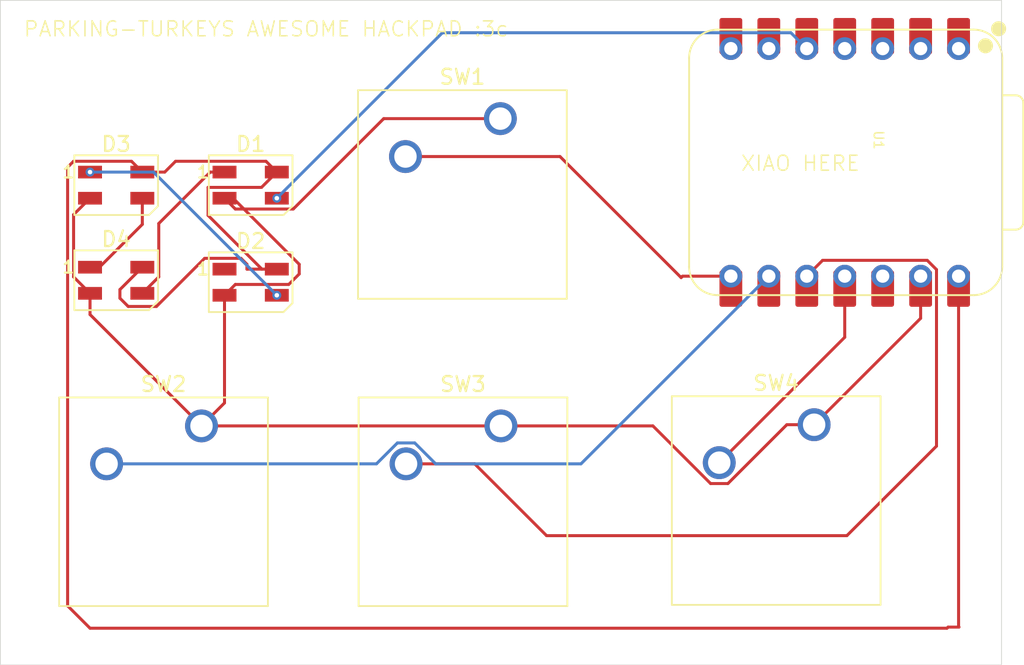
<source format=kicad_pcb>
(kicad_pcb (version 20240108) (generator "pcbnew") (generator_version "8.0")
  (layers (0 "F.Cu" signal) (31 "B.Cu" signal) (34 "B.Paste" user) (35 "F.Paste" user) (36 "B.SilkS" user "B.Silkscreen") (37 "F.SilkS" user "F.Silkscreen") (38 "B.Mask" user) (39 "F.Mask" user) (44 "Edge.Cuts" user))
  (net 0 "")
  (net 1 "Net-(D1-DOUT)")
  (net 2 "GND")
  (net 3 "Net-(D1-DIN)")
  (net 4 "+5V")
  (net 6 "Net-(U1-GPIO1{slash}RX)")
  (net 7 "Net-(U1-GPIO2{slash}SCK)")
  (net 8 "Net-(U1-GPIO4{slash}MISO)")
  (net 9 "Net-(U1-GPIO3{slash}MOSI)")
  (net 17 "Net-(D2-DIN)")
  (net 18 "Net-(D3-DIN)")
  (footprint "Button_Switch_Keyboard:SW_Cherry_MX_1.00u_PCB" (layer "F.Cu") (at 198.46 86.42)
    (property "Reference" "SW4" (at -2.54 -2.794 0) (layer "F.SilkS"))
    (property "Value" "SW_Push")
    (fp_line (start -9.525 -1.905) (end 4.445 -1.905) (stroke (width 0.12)) (layer "F.SilkS"))
    (fp_line (start -9.525 12.065) (end -9.525 -1.905) (stroke (width 0.12)) (layer "F.SilkS"))
    (fp_line (start 4.445 -1.905) (end 4.445 12.065) (stroke (width 0.12)) (layer "F.SilkS"))
    (fp_line (start 4.445 12.065) (end -9.525 12.065) (stroke (width 0.12)) (layer "F.SilkS"))
    (pad "" np_thru_hole circle (at -7.62 5.08) (size 1.7 1.7) (drill 1.7) (layers "*.Cu" "*.Mask"))
    (pad "" np_thru_hole circle (at -2.54 5.08) (size 4 4) (drill 4) (layers "*.Cu" "*.Mask"))
    (pad "" np_thru_hole circle (at 2.54 5.08) (size 1.7 1.7) (drill 1.7) (layers "*.Cu" "*.Mask"))
    (pad "1" thru_hole circle (at 0 0) (size 2.2 2.2) (drill 1.5) (layers "*.Cu" "*.Mask") (net 2 "GND"))
    (pad "2" thru_hole circle (at -6.35 2.54) (size 2.2 2.2) (drill 1.5) (layers "*.Cu" "*.Mask") (net 9 "Net-(U1-GPIO3{slash}MOSI)"))
  )
  (footprint "LED_SMD:LED_SK6812MINI_PLCC4_3.5x3.5mm_P1.75mm" (layer "F.Cu") (at 151.75 70.375)
    (property "Reference" "D3" (at 0 -2.75 0) (layer "F.SilkS"))
    (property "Value" "SK6812MINI")
    (fp_line (start -2.8 -2) (end -2.8 2) (stroke (width 0.12)) (layer "F.SilkS"))
    (fp_line (start -2.8 -2) (end 2.8 -2) (stroke (width 0.12)) (layer "F.SilkS"))
    (fp_line (start -2.8 2) (end 2.2 2) (stroke (width 0.12)) (layer "F.SilkS"))
    (fp_line (start 2.8 1.4) (end 2.2 2) (stroke (width 0.12)) (layer "F.SilkS"))
    (fp_line (start 2.8 1.4) (end 2.8 -2) (stroke (width 0.12)) (layer "F.SilkS"))
    (fp_text user "1" (at -3.2 -0.875 0) (layer "F.SilkS") (effects (font (size 0.8 0.8))))
    (pad "1" smd rect (at -1.75 -0.875) (size 1.6 0.85) (layers "F.Cu" "F.Paste" "F.Mask") (net 17 "Net-(D2-DIN)"))
    (pad "2" smd rect (at -1.75 0.875) (size 1.6 0.85) (layers "F.Cu" "F.Paste" "F.Mask") (net 2 "GND"))
    (pad "3" smd rect (at 1.75 0.875) (size 1.6 0.85) (layers "F.Cu" "F.Paste" "F.Mask") (net 18 "Net-(D3-DIN)"))
    (pad "4" smd rect (at 1.75 -0.875) (size 1.6 0.85) (layers "F.Cu" "F.Paste" "F.Mask") (net 4 "+5V"))
  )
  (footprint "LED_SMD:LED_SK6812MINI_PLCC4_3.5x3.5mm_P1.75mm" (layer "F.Cu") (at 160.75 76.875)
    (property "Reference" "D2" (at 0 -2.75 0) (layer "F.SilkS"))
    (property "Value" "SK6812MINI")
    (fp_line (start -2.8 -2) (end -2.8 2) (stroke (width 0.12)) (layer "F.SilkS"))
    (fp_line (start -2.8 -2) (end 2.8 -2) (stroke (width 0.12)) (layer "F.SilkS"))
    (fp_line (start -2.8 2) (end 2.2 2) (stroke (width 0.12)) (layer "F.SilkS"))
    (fp_line (start 2.8 1.4) (end 2.2 2) (stroke (width 0.12)) (layer "F.SilkS"))
    (fp_line (start 2.8 1.4) (end 2.8 -2) (stroke (width 0.12)) (layer "F.SilkS"))
    (fp_text user "1" (at -3.2 -0.875 0) (layer "F.SilkS") (effects (font (size 0.8 0.8))))
    (pad "1" smd rect (at -1.75 -0.875) (size 1.6 0.85) (layers "F.Cu" "F.Paste" "F.Mask"))
    (pad "2" smd rect (at -1.75 0.875) (size 1.6 0.85) (layers "F.Cu" "F.Paste" "F.Mask") (net 2 "GND"))
    (pad "3" smd rect (at 1.75 0.875) (size 1.6 0.85) (layers "F.Cu" "F.Paste" "F.Mask") (net 17 "Net-(D2-DIN)"))
    (pad "4" smd rect (at 1.75 -0.875) (size 1.6 0.85) (layers "F.Cu" "F.Paste" "F.Mask") (net 4 "+5V"))
  )
  (footprint "LED_SMD:LED_SK6812MINI_PLCC4_3.5x3.5mm_P1.75mm" (layer "F.Cu") (at 160.75 70.375)
    (property "Reference" "D1" (at 0 -2.75 0) (layer "F.SilkS"))
    (property "Value" "SK6812MINI")
    (fp_line (start -2.8 -2) (end -2.8 2) (stroke (width 0.12)) (layer "F.SilkS"))
    (fp_line (start -2.8 -2) (end 2.8 -2) (stroke (width 0.12)) (layer "F.SilkS"))
    (fp_line (start -2.8 2) (end 2.2 2) (stroke (width 0.12)) (layer "F.SilkS"))
    (fp_line (start 2.8 1.4) (end 2.2 2) (stroke (width 0.12)) (layer "F.SilkS"))
    (fp_line (start 2.8 1.4) (end 2.8 -2) (stroke (width 0.12)) (layer "F.SilkS"))
    (fp_text user "1" (at -3.2 -0.875 0) (layer "F.SilkS") (effects (font (size 0.8 0.8))))
    (pad "1" smd rect (at -1.75 -0.875) (size 1.6 0.85) (layers "F.Cu" "F.Paste" "F.Mask") (net 1 "Net-(D1-DOUT)"))
    (pad "2" smd rect (at -1.75 0.875) (size 1.6 0.85) (layers "F.Cu" "F.Paste" "F.Mask") (net 2 "GND"))
    (pad "3" smd rect (at 1.75 0.875) (size 1.6 0.85) (layers "F.Cu" "F.Paste" "F.Mask") (net 3 "Net-(D1-DIN)"))
    (pad "4" smd rect (at 1.75 -0.875) (size 1.6 0.85) (layers "F.Cu" "F.Paste" "F.Mask") (net 4 "+5V"))
  )
  (footprint "Button_Switch_Keyboard:SW_Cherry_MX_1.00u_PCB" (layer "F.Cu") (at 177.46 65.92)
    (property "Reference" "SW1" (at -2.54 -2.794 0) (layer "F.SilkS"))
    (property "Value" "SW_Push")
    (fp_line (start -9.525 -1.905) (end 4.445 -1.905) (stroke (width 0.12)) (layer "F.SilkS"))
    (fp_line (start -9.525 12.065) (end -9.525 -1.905) (stroke (width 0.12)) (layer "F.SilkS"))
    (fp_line (start 4.445 -1.905) (end 4.445 12.065) (stroke (width 0.12)) (layer "F.SilkS"))
    (fp_line (start 4.445 12.065) (end -9.525 12.065) (stroke (width 0.12)) (layer "F.SilkS"))
    (pad "" np_thru_hole circle (at -7.62 5.08) (size 1.7 1.7) (drill 1.7) (layers "*.Cu" "*.Mask"))
    (pad "" np_thru_hole circle (at -2.54 5.08) (size 4 4) (drill 4) (layers "*.Cu" "*.Mask"))
    (pad "" np_thru_hole circle (at 2.54 5.08) (size 1.7 1.7) (drill 1.7) (layers "*.Cu" "*.Mask"))
    (pad "1" thru_hole circle (at 0 0) (size 2.2 2.2) (drill 1.5) (layers "*.Cu" "*.Mask") (net 2 "GND"))
    (pad "2" thru_hole circle (at -6.35 2.54) (size 2.2 2.2) (drill 1.5) (layers "*.Cu" "*.Mask") (net 6 "Net-(U1-GPIO1{slash}RX)"))
  )
  (footprint "LED_SMD:LED_SK6812MINI_PLCC4_3.5x3.5mm_P1.75mm" (layer "F.Cu") (at 151.75 76.745)
    (property "Reference" "D4" (at 0 -2.75 0) (layer "F.SilkS"))
    (property "Value" "SK6812MINI")
    (fp_line (start -2.8 -2) (end -2.8 2) (stroke (width 0.12)) (layer "F.SilkS"))
    (fp_line (start -2.8 -2) (end 2.8 -2) (stroke (width 0.12)) (layer "F.SilkS"))
    (fp_line (start -2.8 2) (end 2.2 2) (stroke (width 0.12)) (layer "F.SilkS"))
    (fp_line (start 2.8 1.4) (end 2.2 2) (stroke (width 0.12)) (layer "F.SilkS"))
    (fp_line (start 2.8 1.4) (end 2.8 -2) (stroke (width 0.12)) (layer "F.SilkS"))
    (fp_text user "1" (at -3.2 -0.875 0) (layer "F.SilkS") (effects (font (size 0.8 0.8))))
    (pad "1" smd rect (at -1.75 -0.875) (size 1.6 0.85) (layers "F.Cu" "F.Paste" "F.Mask") (net 18 "Net-(D3-DIN)"))
    (pad "2" smd rect (at -1.75 0.875) (size 1.6 0.85) (layers "F.Cu" "F.Paste" "F.Mask") (net 2 "GND"))
    (pad "3" smd rect (at 1.75 0.875) (size 1.6 0.85) (layers "F.Cu" "F.Paste" "F.Mask") (net 1 "Net-(D1-DOUT)"))
    (pad "4" smd rect (at 1.75 -0.875) (size 1.6 0.85) (layers "F.Cu" "F.Paste" "F.Mask") (net 4 "+5V"))
  )
  (footprint "Button_Switch_Keyboard:SW_Cherry_MX_1.00u_PCB" (layer "F.Cu") (at 157.46 86.5)
    (property "Reference" "SW2" (at -2.54 -2.794 0) (layer "F.SilkS"))
    (property "Value" "SW_Push")
    (fp_line (start -9.525 -1.905) (end 4.445 -1.905) (stroke (width 0.12)) (layer "F.SilkS"))
    (fp_line (start -9.525 12.065) (end -9.525 -1.905) (stroke (width 0.12)) (layer "F.SilkS"))
    (fp_line (start 4.445 -1.905) (end 4.445 12.065) (stroke (width 0.12)) (layer "F.SilkS"))
    (fp_line (start 4.445 12.065) (end -9.525 12.065) (stroke (width 0.12)) (layer "F.SilkS"))
    (pad "" np_thru_hole circle (at -7.62 5.08) (size 1.7 1.7) (drill 1.7) (layers "*.Cu" "*.Mask"))
    (pad "" np_thru_hole circle (at -2.54 5.08) (size 4 4) (drill 4) (layers "*.Cu" "*.Mask"))
    (pad "" np_thru_hole circle (at 2.54 5.08) (size 1.7 1.7) (drill 1.7) (layers "*.Cu" "*.Mask"))
    (pad "1" thru_hole circle (at 0 0) (size 2.2 2.2) (drill 1.5) (layers "*.Cu" "*.Mask") (net 2 "GND"))
    (pad "2" thru_hole circle (at -6.35 2.54) (size 2.2 2.2) (drill 1.5) (layers "*.Cu" "*.Mask") (net 7 "Net-(U1-GPIO2{slash}SCK)"))
  )
  (footprint "Button_Switch_Keyboard:SW_Cherry_MX_1.00u_PCB" (layer "F.Cu") (at 177.5 86.5)
    (property "Reference" "SW3" (at -2.54 -2.794 0) (layer "F.SilkS"))
    (property "Value" "SW_Push")
    (fp_line (start -9.525 -1.905) (end 4.445 -1.905) (stroke (width 0.12)) (layer "F.SilkS"))
    (fp_line (start -9.525 12.065) (end -9.525 -1.905) (stroke (width 0.12)) (layer "F.SilkS"))
    (fp_line (start 4.445 -1.905) (end 4.445 12.065) (stroke (width 0.12)) (layer "F.SilkS"))
    (fp_line (start 4.445 12.065) (end -9.525 12.065) (stroke (width 0.12)) (layer "F.SilkS"))
    (pad "" np_thru_hole circle (at -7.62 5.08) (size 1.7 1.7) (drill 1.7) (layers "*.Cu" "*.Mask"))
    (pad "" np_thru_hole circle (at -2.54 5.08) (size 4 4) (drill 4) (layers "*.Cu" "*.Mask"))
    (pad "" np_thru_hole circle (at 2.54 5.08) (size 1.7 1.7) (drill 1.7) (layers "*.Cu" "*.Mask"))
    (pad "1" thru_hole circle (at 0 0) (size 2.2 2.2) (drill 1.5) (layers "*.Cu" "*.Mask") (net 2 "GND"))
    (pad "2" thru_hole circle (at -6.35 2.54) (size 2.2 2.2) (drill 1.5) (layers "*.Cu" "*.Mask") (net 8 "Net-(U1-GPIO4{slash}MISO)"))
  )
  (footprint "OPL:XIAO-RP2040-DIP" (layer "F.Cu") (at 200.5065 68.85 -90)
    (property "Reference" "U1" (at -1.5 -2.2685 -90) (layer "F.SilkS") (effects (font (size 0.635 0.635) (thickness 0.1016))))
    (property "Value" "XIAO-RP2040-DIP")
    (fp_line (start -6.985 10.414) (end 6.985 10.414) (stroke (width 0.127)) (layer "F.SilkS"))
    (fp_line (start -8.89 8.509) (end -8.89 -8.636) (stroke (width 0.127)) (layer "F.SilkS"))
    (fp_line (start 8.89 8.509) (end 8.89 -8.636) (stroke (width 0.127)) (layer "F.SilkS"))
    (fp_line (start -4.495 -10.541) (end -4.491272 -11.451272) (stroke (width 0.127)) (layer "F.SilkS"))
    (fp_line (start 6.985 -10.541) (end -6.985 -10.541) (stroke (width 0.1)) (layer "F.SilkS"))
    (fp_line (start 6.985 -10.541) (end -6.985 -10.541) (stroke (width 0.127)) (layer "F.SilkS"))
    (fp_line (start 4.504 -11.451) (end 4.504 -10.541) (stroke (width 0.127)) (layer "F.SilkS"))
    (fp_line (start -3.991272 -11.951) (end 4.004 -11.951) (stroke (width 0.127)) (layer "F.SilkS"))
    (fp_arc (start -6.985 10.414) (mid -8.332038 9.856038) (end -8.89 8.509) (stroke (width 0.127)) (layer "F.SilkS"))
    (fp_arc (start 8.89 8.509) (mid 8.332038 9.856038) (end 6.985 10.414) (stroke (width 0.127)) (layer "F.SilkS"))
    (fp_arc (start -8.89 -8.636) (mid -8.332038 -9.983038) (end -6.985 -10.541) (stroke (width 0.127)) (layer "F.SilkS"))
    (fp_arc (start 6.985 -10.541) (mid 8.332038 -9.983038) (end 8.89 -8.636) (stroke (width 0.127)) (layer "F.SilkS"))
    (fp_arc (start -4.491272 -11.451272) (mid -4.344724 -11.804644) (end -3.991272 -11.951) (stroke (width 0.127)) (layer "F.SilkS"))
    (fp_arc (start 4.004 -11.951) (mid 4.357553 -11.804553) (end 4.504 -11.451) (stroke (width 0.127)) (layer "F.SilkS"))
    (fp_circle (center -7.807 -9.42) (end -7.807 -9.674) (stroke (width 0.5)) (fill solid) (layer "F.SilkS"))
    (fp_circle (center -8.95 -10.3) (end -8.95 -10.554) (stroke (width 0.5)) (fill solid) (layer "F.SilkS"))
    (pad "1" smd roundrect (at -8.455 -7.62 90) (size 2.432 1.524) (layers "F.Cu" "F.Mask") (roundrect_rratio 0.1))
    (pad "1" thru_hole circle (at -7.62 -7.62 90) (size 1.524 1.524) (drill 0.889) (layers "*.Cu" "*.Mask"))
    (pad "2" smd roundrect (at -8.455 -5.08 90) (size 2.432 1.524) (layers "F.Cu" "F.Mask") (roundrect_rratio 0.1))
    (pad "2" thru_hole circle (at -7.62 -5.08 90) (size 1.524 1.524) (drill 0.889) (layers "*.Cu" "*.Mask"))
    (pad "3" smd roundrect (at -8.455 -2.54 90) (size 2.432 1.524) (layers "F.Cu" "F.Mask") (roundrect_rratio 0.1))
    (pad "3" thru_hole circle (at -7.62 -2.54 90) (size 1.524 1.524) (drill 0.889) (layers "*.Cu" "*.Mask"))
    (pad "4" smd roundrect (at -8.455 0 90) (size 2.432 1.524) (layers "F.Cu" "F.Mask") (roundrect_rratio 0.1))
    (pad "4" thru_hole circle (at -7.62 0 90) (size 1.524 1.524) (drill 0.889) (layers "*.Cu" "*.Mask"))
    (pad "5" smd roundrect (at -8.455 2.54 90) (size 2.432 1.524) (layers "F.Cu" "F.Mask") (roundrect_rratio 0.1) (net 3 "Net-(D1-DIN)"))
    (pad "5" thru_hole circle (at -7.62 2.54 90) (size 1.524 1.524) (drill 0.889) (layers "*.Cu" "*.Mask") (net 3 "Net-(D1-DIN)"))
    (pad "6" smd roundrect (at -8.455 5.08 90) (size 2.432 1.524) (layers "F.Cu" "F.Mask") (roundrect_rratio 0.1))
    (pad "6" thru_hole circle (at -7.62 5.08 90) (size 1.524 1.524) (drill 0.889) (layers "*.Cu" "*.Mask"))
    (pad "7" smd roundrect (at -8.455 7.62 90) (size 2.432 1.524) (layers "F.Cu" "F.Mask") (roundrect_rratio 0.1))
    (pad "7" thru_hole circle (at -7.62 7.62 90) (size 1.524 1.524) (drill 0.889) (layers "*.Cu" "*.Mask"))
    (pad "8" thru_hole circle (at 7.62 7.62 270) (size 1.524 1.524) (drill 0.889) (layers "*.Cu" "*.Mask") (net 6 "Net-(U1-GPIO1{slash}RX)"))
    (pad "8" smd roundrect (at 8.455 7.62 270) (size 2.432 1.524) (layers "F.Cu" "F.Mask") (roundrect_rratio 0.1) (net 6 "Net-(U1-GPIO1{slash}RX)"))
    (pad "9" thru_hole circle (at 7.62 5.08 270) (size 1.524 1.524) (drill 0.889) (layers "*.Cu" "*.Mask") (net 7 "Net-(U1-GPIO2{slash}SCK)"))
    (pad "9" smd roundrect (at 8.455 5.08 270) (size 2.432 1.524) (layers "F.Cu" "F.Mask") (roundrect_rratio 0.1) (net 7 "Net-(U1-GPIO2{slash}SCK)"))
    (pad "10" thru_hole circle (at 7.62 2.54 270) (size 1.524 1.524) (drill 0.889) (layers "*.Cu" "*.Mask") (net 8 "Net-(U1-GPIO4{slash}MISO)"))
    (pad "10" smd roundrect (at 8.455 2.54 270) (size 2.432 1.524) (layers "F.Cu" "F.Mask") (roundrect_rratio 0.1) (net 8 "Net-(U1-GPIO4{slash}MISO)"))
    (pad "11" thru_hole circle (at 7.62 0 270) (size 1.524 1.524) (drill 0.889) (layers "*.Cu" "*.Mask") (net 9 "Net-(U1-GPIO3{slash}MOSI)"))
    (pad "11" smd roundrect (at 8.455 0 270) (size 2.432 1.524) (layers "F.Cu" "F.Mask") (roundrect_rratio 0.1) (net 9 "Net-(U1-GPIO3{slash}MOSI)"))
    (pad "12" thru_hole circle (at 7.62 -2.54 270) (size 1.524 1.524) (drill 0.889) (layers "*.Cu" "*.Mask"))
    (pad "12" smd roundrect (at 8.455 -2.54 270) (size 2.432 1.524) (layers "F.Cu" "F.Mask") (roundrect_rratio 0.1))
    (pad "13" thru_hole circle (at 7.62 -5.08 270) (size 1.524 1.524) (drill 0.889) (layers "*.Cu" "*.Mask") (net 2 "GND"))
    (pad "13" smd roundrect (at 8.455 -5.08 270) (size 2.432 1.524) (layers "F.Cu" "F.Mask") (roundrect_rratio 0.1) (net 2 "GND"))
    (pad "14" thru_hole circle (at 7.62 -7.62 270) (size 1.524 1.524) (drill 0.889) (layers "*.Cu" "*.Mask") (net 4 "+5V"))
    (pad "14" smd roundrect (at 8.455 -7.62 270) (size 2.432 1.524) (layers "F.Cu" "F.Mask") (roundrect_rratio 0.1) (net 4 "+5V"))
  )
  (gr_rect (start 144 58) (end 211 102.5) (stroke (width 0.05)) (fill none) (layer "Edge.Cuts"))
  (gr_text "XIAO HERE" (at 193.5 69.5 0) (layer "F.SilkS") (effects (font (size 1 1) (thickness 0.1)) (justify left bottom)))
  (gr_text "PARKING-TURKEYS AWESOME HACKPAD :3c" (at 145.5 60.5 0) (layer "F.SilkS") (effects (font (size 1 1) (thickness 0.1)) (justify left bottom)))
  (segment (start 159 69.5) (end 158.045 69.5) (width 0.2) (layer "F.Cu") (net 1))
  (segment (start 158.045 69.5) (end 154.6 72.945) (width 0.2) (layer "F.Cu") (net 1))
  (segment (start 154.6 72.945) (end 154.6 76.52) (width 0.2) (layer "F.Cu") (net 1))
  (segment (start 154.6 76.52) (end 153.5 77.62) (width 0.2) (layer "F.Cu") (net 1))
  (segment (start 192.689899 90.36) (end 196.629899 86.42) (width 0.2) (layer "F.Cu") (net 2))
  (segment (start 159.575 71.25) (end 159 71.25) (width 0.2) (layer "F.Cu") (net 2))
  (segment (start 150 77.62) (end 150 79.04) (width 0.2) (layer "F.Cu") (net 2))
  (segment (start 187.670101 86.5) (end 191.530101 90.36) (width 0.2) (layer "F.Cu") (net 2))
  (segment (start 159 84.96) (end 157.46 86.5) (width 0.2) (layer "F.Cu") (net 2))
  (segment (start 164 75.675) (end 159.575 71.25) (width 0.2) (layer "F.Cu") (net 2))
  (segment (start 150 77.62) (end 148.9 76.52) (width 0.2) (layer "F.Cu") (net 2))
  (segment (start 159 77.75) (end 159 84.96) (width 0.2) (layer "F.Cu") (net 2))
  (segment (start 159.725 71.975) (end 159 71.25) (width 0.2) (layer "F.Cu") (net 2))
  (segment (start 198.46 86.42) (end 205.5865 79.2935) (width 0.2) (layer "F.Cu") (net 2))
  (segment (start 150 79.04) (end 157.46 86.5) (width 0.2) (layer "F.Cu") (net 2))
  (segment (start 169.655 65.92) (end 163.6 71.975) (width 0.2) (layer "F.Cu") (net 2))
  (segment (start 196.629899 86.42) (end 198.46 86.42) (width 0.2) (layer "F.Cu") (net 2))
  (segment (start 159 77.75) (end 159.725 77.025) (width 0.2) (layer "F.Cu") (net 2))
  (segment (start 163.6 71.975) (end 159.725 71.975) (width 0.2) (layer "F.Cu") (net 2))
  (segment (start 159.725 77.025) (end 163.3 77.025) (width 0.2) (layer "F.Cu") (net 2))
  (segment (start 205.5865 79.2935) (end 205.5865 76.47) (width 0.2) (layer "F.Cu") (net 2))
  (segment (start 164 76.325) (end 164 75.675) (width 0.2) (layer "F.Cu") (net 2))
  (segment (start 177.5 86.5) (end 157.46 86.5) (width 0.2) (layer "F.Cu") (net 2))
  (segment (start 148.9 76.52) (end 148.9 72.35) (width 0.2) (layer "F.Cu") (net 2))
  (segment (start 163.3 77.025) (end 164 76.325) (width 0.2) (layer "F.Cu") (net 2))
  (segment (start 177.5 86.5) (end 187.670101 86.5) (width 0.2) (layer "F.Cu") (net 2))
  (segment (start 177.46 65.92) (end 169.655 65.92) (width 0.2) (layer "F.Cu") (net 2))
  (segment (start 148.9 72.35) (end 150 71.25) (width 0.2) (layer "F.Cu") (net 2))
  (segment (start 191.530101 90.36) (end 192.689899 90.36) (width 0.2) (layer "F.Cu") (net 2))
  (via (at 162.5 71.25) (size 0.6) (drill 0.3) (layers "F.Cu" "B.Cu") (net 3))
  (segment (start 173.582 60.168) (end 196.9045 60.168) (width 0.2) (layer "B.Cu") (net 3))
  (segment (start 196.9045 60.168) (end 197.9665 61.23) (width 0.2) (layer "B.Cu") (net 3))
  (segment (start 162.5 71.25) (end 173.582 60.168) (width 0.2) (layer "B.Cu") (net 3))
  (segment (start 152.775 68.775) (end 153.5 69.5) (width 0.2) (layer "F.Cu") (net 4))
  (segment (start 155.725 68.775) (end 161.775 68.775) (width 0.2) (layer "F.Cu") (net 4))
  (segment (start 208.1265 76.47) (end 208.1265 99.9515) (width 0.2) (layer "F.Cu") (net 4))
  (segment (start 160.5 75.675) (end 160.1 75.275) (width 0.2) (layer "F.Cu") (net 4))
  (segment (start 157.9 72.4) (end 161.5 76) (width 0.2) (layer "F.Cu") (net 4))
  (segment (start 148.5 69.175) (end 148.9 68.775) (width 0.2) (layer "F.Cu") (net 4))
  (segment (start 153.5 69.5) (end 155 69.5) (width 0.2) (layer "F.Cu") (net 4))
  (segment (start 160.5 76) (end 160.5 75.675) (width 0.2) (layer "F.Cu") (net 4))
  (segment (start 148.5 98.55) (end 148.5 69.175) (width 0.2) (layer "F.Cu") (net 4))
  (segment (start 207.425 99.975) (end 207.35 100.05) (width 0.2) (layer "F.Cu") (net 4))
  (segment (start 160.1 75.275) (end 157.67 75.275) (width 0.2) (layer "F.Cu") (net 4))
  (segment (start 152 77.37) (end 153.5 75.87) (width 0.2) (layer "F.Cu") (net 4))
  (segment (start 150 100.05) (end 148.5 98.55) (width 0.2) (layer "F.Cu") (net 4))
  (segment (start 207.35 100.05) (end 150 100.05) (width 0.2) (layer "F.Cu") (net 4))
  (segment (start 161.775 68.775) (end 162.5 69.5) (width 0.2) (layer "F.Cu") (net 4))
  (segment (start 154.445 78.5) (end 152.555 78.5) (width 0.2) (layer "F.Cu") (net 4))
  (segment (start 162.5 76) (end 160.5 76) (width 0.2) (layer "F.Cu") (net 4))
  (segment (start 208.15 99.975) (end 207.425 99.975) (width 0.2) (layer "F.Cu") (net 4))
  (segment (start 208.1265 99.9515) (end 208.15 99.975) (width 0.2) (layer "F.Cu") (net 4))
  (segment (start 155 69.5) (end 155.725 68.775) (width 0.2) (layer "F.Cu") (net 4))
  (segment (start 162.5 69.5) (end 161.475 70.525) (width 0.2) (layer "F.Cu") (net 4))
  (segment (start 152.555 78.5) (end 152 77.945) (width 0.2) (layer "F.Cu") (net 4))
  (segment (start 157.67 75.275) (end 154.445 78.5) (width 0.2) (layer "F.Cu") (net 4))
  (segment (start 148.9 68.775) (end 152.775 68.775) (width 0.2) (layer "F.Cu") (net 4))
  (segment (start 157.9 70.525) (end 157.9 72.4) (width 0.2) (layer "F.Cu") (net 4))
  (segment (start 161.475 70.525) (end 157.9 70.525) (width 0.2) (layer "F.Cu") (net 4))
  (segment (start 152 77.945) (end 152 77.37) (width 0.2) (layer "F.Cu") (net 4))
  (segment (start 189.55825 76.56675) (end 189.655 76.47) (width 0.2) (layer "F.Cu") (net 6))
  (segment (start 181.4515 68.46) (end 189.55825 76.56675) (width 0.2) (layer "F.Cu") (net 6))
  (segment (start 171.11 68.46) (end 181.4515 68.46) (width 0.2) (layer "F.Cu") (net 6))
  (segment (start 189.655 76.47) (end 192.8865 76.47) (width 0.2) (layer "F.Cu") (net 6))
  (segment (start 173.129899 89.04) (end 182.8565 89.04) (width 0.2) (layer "B.Cu") (net 7))
  (segment (start 182.8565 89.04) (end 195.4265 76.47) (width 0.2) (layer "B.Cu") (net 7))
  (segment (start 171.729899 87.64) (end 173.129899 89.04) (width 0.2) (layer "B.Cu") (net 7))
  (segment (start 170.570101 87.64) (end 171.729899 87.64) (width 0.2) (layer "B.Cu") (net 7))
  (segment (start 169.170101 89.04) (end 170.570101 87.64) (width 0.2) (layer "B.Cu") (net 7))
  (segment (start 151.11 89.04) (end 169.170101 89.04) (width 0.2) (layer "B.Cu") (net 7))
  (segment (start 199.0285 75.408) (end 206.026395 75.408) (width 0.2) (layer "F.Cu") (net 8))
  (segment (start 206.026395 75.408) (end 206.6485 76.030105) (width 0.2) (layer "F.Cu") (net 8))
  (segment (start 180.553402 93.85) (end 175.743402 89.04) (width 0.2) (layer "F.Cu") (net 8))
  (segment (start 175.743402 89.04) (end 171.15 89.04) (width 0.2) (layer "F.Cu") (net 8))
  (segment (start 206.6485 76.030105) (end 206.6485 87.8515) (width 0.2) (layer "F.Cu") (net 8))
  (segment (start 206.6485 87.8515) (end 200.65 93.85) (width 0.2) (layer "F.Cu") (net 8))
  (segment (start 197.9665 76.47) (end 199.0285 75.408) (width 0.2) (layer "F.Cu") (net 8))
  (segment (start 200.65 93.85) (end 180.553402 93.85) (width 0.2) (layer "F.Cu") (net 8))
  (segment (start 200.5065 80.5635) (end 200.5065 76.47) (width 0.2) (layer "F.Cu") (net 9))
  (segment (start 192.11 88.96) (end 200.5065 80.5635) (width 0.2) (layer "F.Cu") (net 9))
  (via (at 150 69.5) (size 0.6) (drill 0.3) (layers "F.Cu" "B.Cu") (net 17))
  (via (at 162.5 77.75) (size 0.6) (drill 0.3) (layers "F.Cu" "B.Cu") (net 17))
  (segment (start 154.25 69.5) (end 162.5 77.75) (width 0.2) (layer "B.Cu") (net 17))
  (segment (start 150 69.5) (end 154.25 69.5) (width 0.2) (layer "B.Cu") (net 17))
  (segment (start 150.37 75.87) (end 150.5 76) (width 0.2) (layer "F.Cu") (net 18))
  (segment (start 150 75.87) (end 150.37 75.87) (width 0.2) (layer "F.Cu") (net 18))
  (segment (start 153.5 73) (end 153.5 71.25) (width 0.2) (layer "F.Cu") (net 18))
  (segment (start 150.5 76) (end 153.5 73) (width 0.2) (layer "F.Cu") (net 18))
)
</source>
